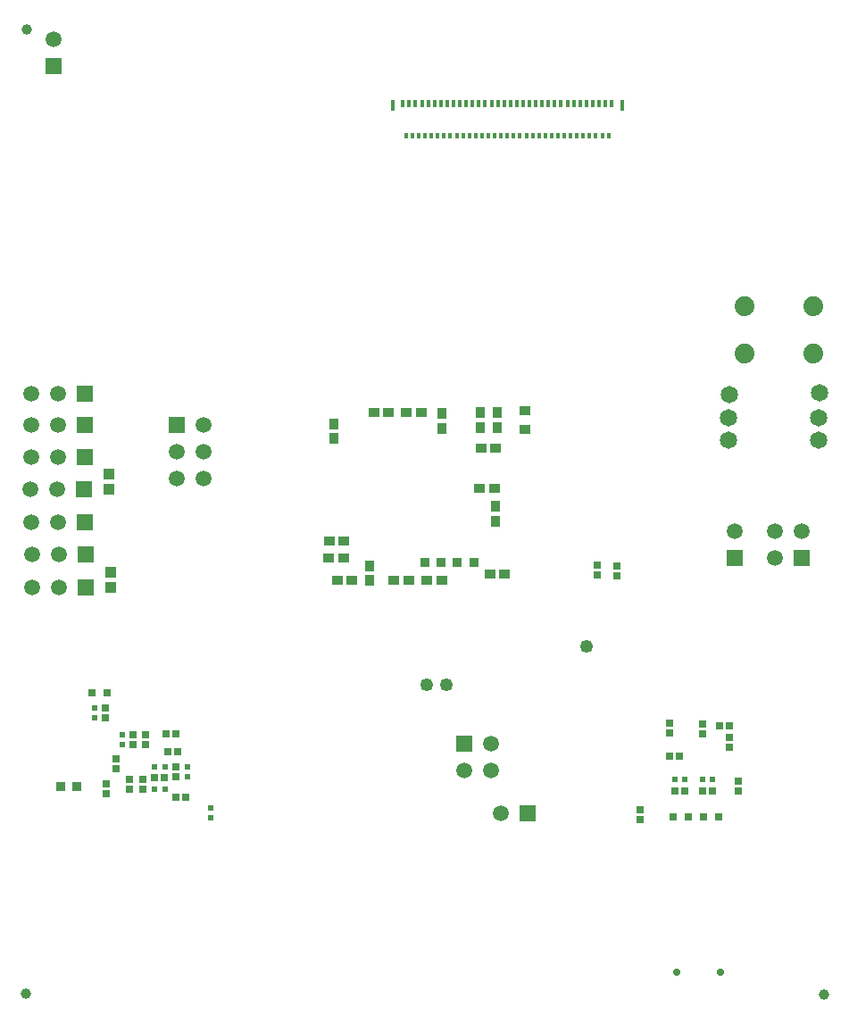
<source format=gbr>
%TF.GenerationSoftware,Altium Limited,Altium Designer,18.1.7 (191)*%
G04 Layer_Color=255*
%FSLAX26Y26*%
%MOIN*%
%TF.FileFunction,Pads,Bot*%
%TF.Part,Single*%
G01*
G75*
%TA.AperFunction,SMDPad,CuDef*%
%ADD12R,0.043307X0.037402*%
%ADD13R,0.033465X0.035433*%
%ADD18C,0.039370*%
%ADD26R,0.026772X0.026772*%
%ADD27R,0.026772X0.026772*%
%ADD29R,0.022835X0.022047*%
%ADD37R,0.022047X0.022835*%
%ADD38R,0.037402X0.043307*%
%TA.AperFunction,ComponentPad*%
%ADD73R,0.059055X0.059055*%
%ADD74C,0.059055*%
%ADD75R,0.059055X0.059055*%
%TA.AperFunction,ViaPad*%
%ADD76C,0.049213*%
%ADD77C,0.064960*%
%TA.AperFunction,ComponentPad*%
%ADD78C,0.074000*%
%ADD79C,0.027559*%
%TA.AperFunction,SMDPad,CuDef*%
%ADD101R,0.040157X0.040945*%
%ADD102R,0.011811X0.026378*%
%ADD103R,0.011811X0.019685*%
%ADD104R,0.013780X0.039370*%
%ADD105R,0.027559X0.029528*%
%ADD106R,0.041339X0.033465*%
D12*
X1931890Y1728780D02*
D03*
X1987008D02*
D03*
X1947914Y2049094D02*
D03*
X1892796D02*
D03*
X1952402Y2199330D02*
D03*
X1897284D02*
D03*
X1675590Y2331850D02*
D03*
X1620472D02*
D03*
X1552796Y2331574D02*
D03*
X1497678D02*
D03*
X1386030Y1850056D02*
D03*
X1330912D02*
D03*
X1384828Y1786632D02*
D03*
X1329710D02*
D03*
X1416300Y1704724D02*
D03*
X1361182D02*
D03*
X1573150Y1704056D02*
D03*
X1628268D02*
D03*
X1750866D02*
D03*
X1695748D02*
D03*
D13*
X390276Y935354D02*
D03*
X329252D02*
D03*
X1871181Y1769961D02*
D03*
X1810158D02*
D03*
X1750158Y1770039D02*
D03*
X1689134D02*
D03*
D18*
X200984Y3760354D02*
D03*
X3177638Y158937D02*
D03*
X197480Y162322D02*
D03*
D26*
X2406142Y1722480D02*
D03*
Y1759488D02*
D03*
X2333268Y1725787D02*
D03*
Y1762795D02*
D03*
X644468Y1092500D02*
D03*
Y1129508D02*
D03*
X634882Y925472D02*
D03*
Y962480D02*
D03*
X585354D02*
D03*
Y925472D02*
D03*
X533957Y1001870D02*
D03*
Y1038878D02*
D03*
X2858268Y917087D02*
D03*
Y954095D02*
D03*
X2824488Y1118032D02*
D03*
Y1081024D02*
D03*
X2724803Y1132165D02*
D03*
Y1169173D02*
D03*
X499764Y907441D02*
D03*
Y944449D02*
D03*
X2492717Y811870D02*
D03*
Y848878D02*
D03*
X2603661Y1136142D02*
D03*
Y1173150D02*
D03*
X600197Y1128937D02*
D03*
Y1091929D02*
D03*
X495591Y1228386D02*
D03*
Y1191378D02*
D03*
X759842Y1008779D02*
D03*
Y971772D02*
D03*
D27*
X765394Y1064803D02*
D03*
X728386D02*
D03*
X759449Y896142D02*
D03*
X796457D02*
D03*
X2725669Y919213D02*
D03*
X2762677D02*
D03*
X2602205Y1049213D02*
D03*
X2639213D02*
D03*
X2659055Y919311D02*
D03*
X2622047D02*
D03*
X2787953Y1160039D02*
D03*
X2824961D02*
D03*
X716890Y966614D02*
D03*
X679882D02*
D03*
X722047Y1130551D02*
D03*
X759055D02*
D03*
D29*
X558111Y1091220D02*
D03*
Y1129016D02*
D03*
X889448Y855040D02*
D03*
Y817244D02*
D03*
X454292Y1228858D02*
D03*
Y1191062D02*
D03*
X801378Y1009016D02*
D03*
Y971220D02*
D03*
D37*
X679804Y924960D02*
D03*
X717598D02*
D03*
X679842Y1009212D02*
D03*
X717638D02*
D03*
X2621574Y961142D02*
D03*
X2659370D02*
D03*
X2724922Y960964D02*
D03*
X2762716D02*
D03*
D38*
X1959252Y2330670D02*
D03*
Y2275552D02*
D03*
X1952992Y1980434D02*
D03*
Y1925316D02*
D03*
X1752204Y2327796D02*
D03*
Y2272678D02*
D03*
X1895000Y2330040D02*
D03*
Y2274922D02*
D03*
X1350119Y2288583D02*
D03*
Y2233465D02*
D03*
X1482244Y1758818D02*
D03*
Y1703700D02*
D03*
D73*
X760748Y2285079D02*
D03*
X3095315Y1788465D02*
D03*
X2844291D02*
D03*
X1837047Y1096142D02*
D03*
X301024Y3625472D02*
D03*
D74*
X860748Y2285079D02*
D03*
X760748Y2185079D02*
D03*
X860748D02*
D03*
X760748Y2085079D02*
D03*
X860748D02*
D03*
X223425Y1678150D02*
D03*
X323425D02*
D03*
X222401Y1801220D02*
D03*
X322401D02*
D03*
X220354Y1922165D02*
D03*
X320354D02*
D03*
X318307Y2402323D02*
D03*
X218307D02*
D03*
X217283Y2283386D02*
D03*
X317283D02*
D03*
X217677Y2165197D02*
D03*
X317677D02*
D03*
X316654Y2045236D02*
D03*
X216654D02*
D03*
X2995315Y1888465D02*
D03*
X3095315D02*
D03*
X2995315Y1788465D02*
D03*
X2844291Y1888465D02*
D03*
X1971574Y834725D02*
D03*
X1937047Y996142D02*
D03*
X1837047D02*
D03*
X1937047Y1096142D02*
D03*
X301024Y3725472D02*
D03*
D75*
X423425Y1678150D02*
D03*
X422401Y1801220D02*
D03*
X420354Y1922165D02*
D03*
X418307Y2402323D02*
D03*
X417283Y2283386D02*
D03*
X417677Y2165197D02*
D03*
X416654Y2045236D02*
D03*
X2071574Y834725D02*
D03*
D76*
X2291417Y1456890D02*
D03*
X1769449Y1314213D02*
D03*
X1696024D02*
D03*
D77*
X2822126Y2226890D02*
D03*
Y2313189D02*
D03*
X3159016Y2226890D02*
D03*
Y2313189D02*
D03*
X3161142Y2404961D02*
D03*
X2824252Y2399331D02*
D03*
D78*
X3137291Y2550449D02*
D03*
X2881291D02*
D03*
X3137291Y2728449D02*
D03*
X2881291D02*
D03*
D79*
X2793818Y241416D02*
D03*
X2630432D02*
D03*
D101*
X509252Y2044213D02*
D03*
Y2102087D02*
D03*
X514961Y1676614D02*
D03*
Y1734488D02*
D03*
D102*
X1606692Y3484370D02*
D03*
X1630314D02*
D03*
X1653936D02*
D03*
X1677558D02*
D03*
X1701180D02*
D03*
X1724802D02*
D03*
X1748424D02*
D03*
X1772046D02*
D03*
X1795668D02*
D03*
X1819291D02*
D03*
X1842913D02*
D03*
X1866535D02*
D03*
X1890157D02*
D03*
X1913779D02*
D03*
X1937401D02*
D03*
X1961023D02*
D03*
X1984645D02*
D03*
X2008267D02*
D03*
X2031889D02*
D03*
X2055511D02*
D03*
X2079133D02*
D03*
X2102755D02*
D03*
X2126377D02*
D03*
X2149999D02*
D03*
X2173621D02*
D03*
X2197243D02*
D03*
X2220865D02*
D03*
X2244487D02*
D03*
X2268109D02*
D03*
X2291731D02*
D03*
X2315354D02*
D03*
X2338976D02*
D03*
X2362598D02*
D03*
X2386220D02*
D03*
D103*
X1618503Y3363701D02*
D03*
X1642125D02*
D03*
X1665747D02*
D03*
X1689369D02*
D03*
X1712991D02*
D03*
X1736613D02*
D03*
X1760235D02*
D03*
X1783858D02*
D03*
X1807479D02*
D03*
X1831102D02*
D03*
X1854724D02*
D03*
X1878346D02*
D03*
X1901968D02*
D03*
X1925590D02*
D03*
X1949212D02*
D03*
X1972834D02*
D03*
X1996456D02*
D03*
X2020078D02*
D03*
X2043700D02*
D03*
X2067322D02*
D03*
X2090944D02*
D03*
X2114566D02*
D03*
X2138188D02*
D03*
X2161810D02*
D03*
X2185432D02*
D03*
X2209054D02*
D03*
X2232676D02*
D03*
X2256298D02*
D03*
X2279921D02*
D03*
X2303543D02*
D03*
X2327165D02*
D03*
X2350787D02*
D03*
X2374409D02*
D03*
D104*
X1568306Y3477874D02*
D03*
X2424606D02*
D03*
D105*
X503425Y1286024D02*
D03*
X446339D02*
D03*
X2785433Y820354D02*
D03*
X2728347D02*
D03*
X2671063Y820158D02*
D03*
X2613976D02*
D03*
D106*
X2063937Y2269646D02*
D03*
Y2336574D02*
D03*
%TF.MD5,86a707523f70f926fe04828f529887b3*%
M02*

</source>
